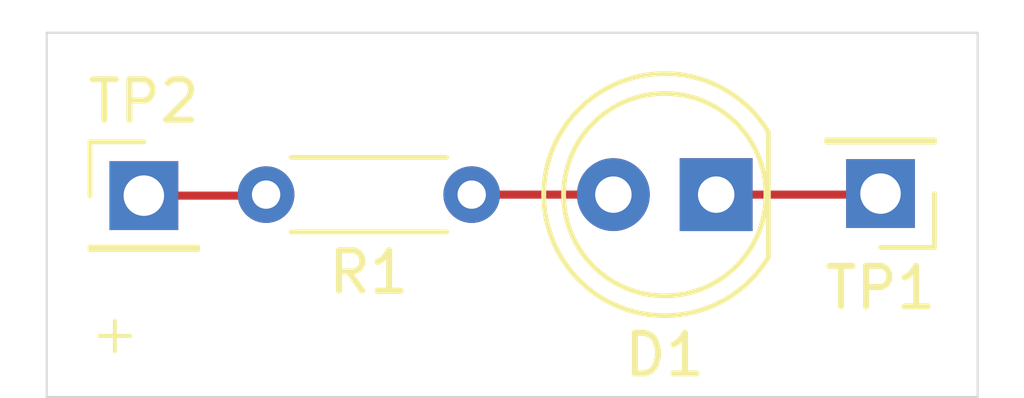
<source format=kicad_pcb>
(kicad_pcb (version 20241229) (generator "pcbnew") (generator_version "9.0")
  (layers (0 "F.Cu" signal) (2 "B.Cu" signal) (13 "F.Paste" user) (15 "B.Paste" user) (5 "F.SilkS" user "F.Silkscreen") (7 "B.SilkS" user "B.Silkscreen") (1 "F.Mask" user) (3 "B.Mask" user) (25 "Edge.Cuts" user))
  (net 0 "")
  (net 1 "Net-(D1-A)")
  (net 2 "Net-(D1-K)")
  (net 3 "Net-(R1-Pad2)")
  (footprint "LED_THT:LED_D5.0mm" (layer "F.Cu") (at 186.04 87 180)
    (property "Reference" "D1" (at 1.27 -3.96 0) (layer "F.SilkS"))
    (property "Value" "LED")
    (fp_line (start -1.29 -1.545) (end -1.29 1.545) (stroke (width 0.12)) (layer "F.SilkS"))
    (fp_arc (start 4.26 0.000048) (mid 2.071756 2.880501) (end -1.29 1.54483) (stroke (width 0.12)) (layer "F.SilkS"))
    (fp_arc (start -1.29 -1.54483) (mid 2.071756 -2.880501) (end 4.26 -0.000048) (stroke (width 0.12)) (layer "F.SilkS"))
    (fp_circle (center 1.27 0) (end 3.77 0) (stroke (width 0.12)) (fill no) (layer "F.SilkS"))
    (pad "1" thru_hole rect (at 0 0 180) (size 1.8 1.8) (drill 0.9) (layers "*.Cu" "*.Mask") (net 2 "Net-(D1-K)"))
    (pad "2" thru_hole circle (at 2.54 0 180) (size 1.8 1.8) (drill 0.9) (layers "*.Cu" "*.Mask") (net 1 "Net-(D1-A)"))
  )
  (footprint "Connector_PinHeader_2.54mm:PinHeader_1x01_P2.54mm_Vertical" (layer "F.Cu") (at 190.1 86.975 180)
    (property "Reference" "TP1" (at 0 -2.33 180) (layer "F.SilkS"))
    (property "Value" "TestPoint")
    (fp_line (start 1.33 1.27) (end 1.33 1.33) (stroke (width 0.12)) (layer "F.SilkS"))
    (fp_line (start -1.33 1.33) (end 1.33 1.33) (stroke (width 0.12)) (layer "F.SilkS"))
    (fp_line (start -1.33 1.27) (end 1.33 1.27) (stroke (width 0.12)) (layer "F.SilkS"))
    (fp_line (start -1.33 1.27) (end -1.33 1.33) (stroke (width 0.12)) (layer "F.SilkS"))
    (fp_line (start -1.33 0) (end -1.33 -1.33) (stroke (width 0.12)) (layer "F.SilkS"))
    (fp_line (start -1.33 -1.33) (end 0 -1.33) (stroke (width 0.12)) (layer "F.SilkS"))
    (pad "1" thru_hole rect (at 0 0 180) (size 1.7 1.7) (drill 1) (layers "*.Cu" "*.Mask") (net 2 "Net-(D1-K)"))
  )
  (footprint "Connector_PinHeader_2.54mm:PinHeader_1x01_P2.54mm_Vertical" (layer "F.Cu") (at 171.9 87.025)
    (property "Reference" "TP2" (at 0 -2.33 0) (layer "F.SilkS"))
    (property "Value" "TestPoint")
    (fp_line (start -1.33 -1.33) (end 0 -1.33) (stroke (width 0.12)) (layer "F.SilkS"))
    (fp_line (start -1.33 0) (end -1.33 -1.33) (stroke (width 0.12)) (layer "F.SilkS"))
    (fp_line (start -1.33 1.27) (end -1.33 1.33) (stroke (width 0.12)) (layer "F.SilkS"))
    (fp_line (start -1.33 1.27) (end 1.33 1.27) (stroke (width 0.12)) (layer "F.SilkS"))
    (fp_line (start -1.33 1.33) (end 1.33 1.33) (stroke (width 0.12)) (layer "F.SilkS"))
    (fp_line (start 1.33 1.27) (end 1.33 1.33) (stroke (width 0.12)) (layer "F.SilkS"))
    (pad "1" thru_hole rect (at 0 0) (size 1.7 1.7) (drill 1) (layers "*.Cu" "*.Mask") (net 3 "Net-(R1-Pad2)"))
  )
  (footprint "Resistor_THT:R_Axial_DIN0204_L3.6mm_D1.6mm_P5.08mm_Horizontal" (layer "F.Cu") (at 180 87 180)
    (property "Reference" "R1" (at 2.54 -1.92 0) (layer "F.SilkS"))
    (property "Value" "1k")
    (fp_line (start 0.62 0.92) (end 4.46 0.92) (stroke (width 0.12)) (layer "F.SilkS"))
    (fp_line (start 0.62 -0.92) (end 4.46 -0.92) (stroke (width 0.12)) (layer "F.SilkS"))
    (pad "1" thru_hole circle (at 0 0 180) (size 1.4 1.4) (drill 0.7) (layers "*.Cu" "*.Mask") (net 1 "Net-(D1-A)"))
    (pad "2" thru_hole oval (at 5.08 0 180) (size 1.4 1.4) (drill 0.7) (layers "*.Cu" "*.Mask") (net 3 "Net-(R1-Pad2)"))
  )
  (gr_rect (start 169.5 83) (end 192.5 92) (stroke (width 0.05)) (fill no) (layer "Edge.Cuts"))
  (gr_text "+" (at 170.5 91 0) (layer "F.SilkS") (effects (font (size 1 1) (thickness 0.1)) (justify left bottom)))
  (segment (start 180 87) (end 183.5 87) (width 0.2) (layer "F.Cu") (net 1))
  (segment (start 190.075 87) (end 190.1 86.975) (width 0.2) (layer "F.Cu") (net 2))
  (segment (start 186.04 87) (end 190.075 87) (width 0.2) (layer "F.Cu") (net 2))
  (segment (start 174.895 87.025) (end 174.92 87) (width 0.2) (layer "F.Cu") (net 3))
  (segment (start 171.9 87.025) (end 174.895 87.025) (width 0.2) (layer "F.Cu") (net 3))
)
</source>
